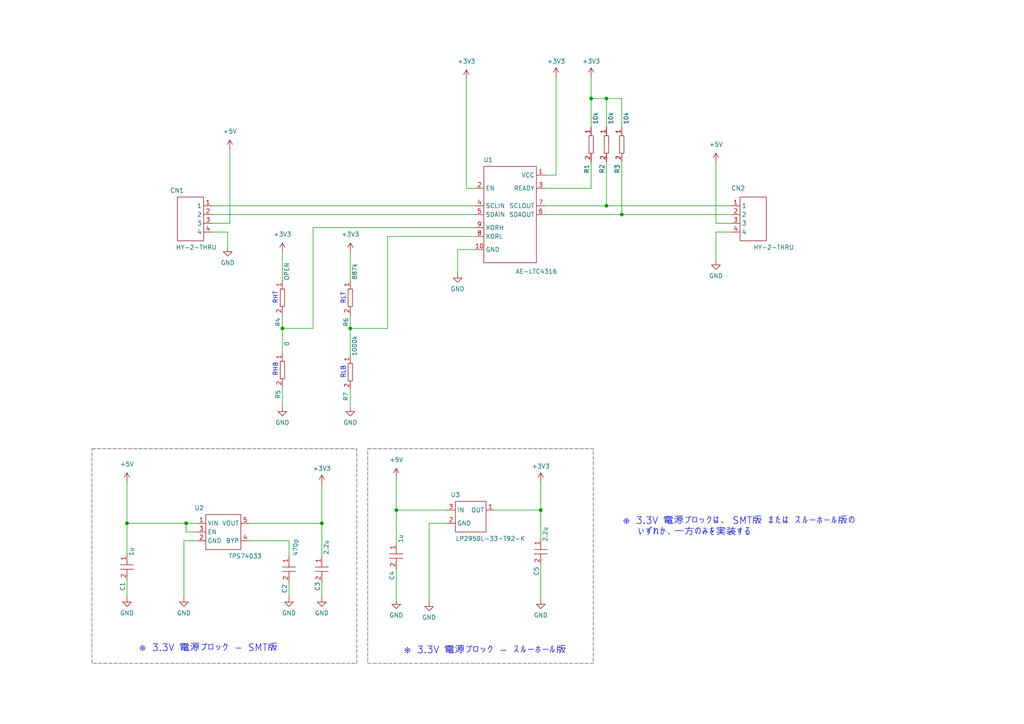
<source format=kicad_sch>
(kicad_sch (version 20230121) (generator eeschema)

  (uuid 429dbd06-3ad4-45f6-af50-a9ff027adfa4)

  (paper "A4")

  (lib_symbols
    (symbol "Akizuki:AE-LTC4316" (in_bom yes) (on_board yes)
      (property "Reference" "U" (at -6.35 13.97 0)
        (effects (font (size 1.27 1.27)))
      )
      (property "Value" "AE-LTC4316" (at 5.08 -17.78 0)
        (effects (font (size 1.27 1.27)))
      )
      (property "Footprint" "Akizuki:AE-LTC4316" (at 0 3.81 0)
        (effects (font (size 1.27 1.27)) hide)
      )
      (property "Datasheet" "" (at -5.08 10.16 0)
        (effects (font (size 1.27 1.27)) hide)
      )
      (symbol "AE-LTC4316_0_1"
        (rectangle (start -7.62 12.7) (end 7.62 -15.24)
          (stroke (width 0) (type default))
          (fill (type none))
        )
      )
      (symbol "AE-LTC4316_1_1"
        (pin power_in line (at 10.16 10.16 180) (length 2.54)
          (name "VCC" (effects (font (size 1.27 1.27))))
          (number "1" (effects (font (size 1.27 1.27))))
        )
        (pin power_in line (at -10.16 -11.43 0) (length 2.54)
          (name "GND" (effects (font (size 1.27 1.27))))
          (number "10" (effects (font (size 1.27 1.27))))
        )
        (pin input line (at -10.16 6.35 0) (length 2.54)
          (name "EN" (effects (font (size 1.27 1.27))))
          (number "2" (effects (font (size 1.27 1.27))))
        )
        (pin open_collector line (at 10.16 6.35 180) (length 2.54)
          (name "READY" (effects (font (size 1.27 1.27))))
          (number "3" (effects (font (size 1.27 1.27))))
        )
        (pin bidirectional line (at -10.16 1.27 0) (length 2.54)
          (name "SCLIN" (effects (font (size 1.27 1.27))))
          (number "4" (effects (font (size 1.27 1.27))))
        )
        (pin bidirectional line (at -10.16 -1.27 0) (length 2.54)
          (name "SDAIN" (effects (font (size 1.27 1.27))))
          (number "5" (effects (font (size 1.27 1.27))))
        )
        (pin open_collector line (at 10.16 -1.27 180) (length 2.54)
          (name "SDAOUT" (effects (font (size 1.27 1.27))))
          (number "6" (effects (font (size 1.27 1.27))))
        )
        (pin open_collector line (at 10.16 1.27 180) (length 2.54)
          (name "SCLOUT" (effects (font (size 1.27 1.27))))
          (number "7" (effects (font (size 1.27 1.27))))
        )
        (pin input line (at -10.16 -7.62 0) (length 2.54)
          (name "XORL" (effects (font (size 1.27 1.27))))
          (number "8" (effects (font (size 1.27 1.27))))
        )
        (pin input line (at -10.16 -5.08 0) (length 2.54)
          (name "XORH" (effects (font (size 1.27 1.27))))
          (number "9" (effects (font (size 1.27 1.27))))
        )
      )
    )
    (symbol "Akizuki:LP2950L" (in_bom yes) (on_board yes)
      (property "Reference" "U" (at -3.81 5.08 0)
        (effects (font (size 1.27 1.27)))
      )
      (property "Value" "LP2950L" (at 0 0 0)
        (effects (font (size 1.27 1.27)))
      )
      (property "Footprint" "generic:GENERIC-TO-92" (at 0 0 0)
        (effects (font (size 1.27 1.27)) hide)
      )
      (property "Datasheet" "" (at 0 0 0)
        (effects (font (size 1.27 1.27)) hide)
      )
      (symbol "LP2950L_0_1"
        (rectangle (start -1.27 2.54) (end 7.62 -6.35)
          (stroke (width 0) (type default))
          (fill (type none))
        )
      )
      (symbol "LP2950L_1_1"
        (pin power_out line (at 10.16 0 180) (length 2.54)
          (name "OUT" (effects (font (size 1.27 1.27))))
          (number "1" (effects (font (size 1.27 1.27))))
        )
        (pin power_in line (at -3.81 -3.81 0) (length 2.54)
          (name "GND" (effects (font (size 1.27 1.27))))
          (number "2" (effects (font (size 1.27 1.27))))
        )
        (pin power_in line (at -3.81 0 0) (length 2.54)
          (name "IN" (effects (font (size 1.27 1.27))))
          (number "3" (effects (font (size 1.27 1.27))))
        )
      )
    )
    (symbol "Microchip:MIC5219-3.3YM5" (in_bom yes) (on_board yes)
      (property "Reference" "U" (at -5.08 7.62 0)
        (effects (font (size 1.27 1.27)))
      )
      (property "Value" "MIC5219-3.3YM5" (at 6.35 -7.62 0)
        (effects (font (size 1.27 1.27)))
      )
      (property "Footprint" "generic:generic-SOT23-5" (at -3.81 1.27 0)
        (effects (font (size 1.27 1.27)) hide)
      )
      (property "Datasheet" "" (at -6.35 5.08 0)
        (effects (font (size 1.27 1.27)) hide)
      )
      (symbol "MIC5219-3.3YM5_0_1"
        (rectangle (start -5.08 5.08) (end 5.08 -5.08)
          (stroke (width 0) (type default))
          (fill (type none))
        )
      )
      (symbol "MIC5219-3.3YM5_1_1"
        (pin power_in line (at -7.62 2.54 0) (length 2.54)
          (name "VIN" (effects (font (size 1.27 1.27))))
          (number "1" (effects (font (size 1.27 1.27))))
        )
        (pin power_in line (at -7.62 -2.54 0) (length 2.54)
          (name "GND" (effects (font (size 1.27 1.27))))
          (number "2" (effects (font (size 1.27 1.27))))
        )
        (pin input line (at -7.62 0 0) (length 2.54)
          (name "EN" (effects (font (size 1.27 1.27))))
          (number "3" (effects (font (size 1.27 1.27))))
        )
        (pin passive line (at 7.62 -2.54 180) (length 2.54)
          (name "BYP" (effects (font (size 1.27 1.27))))
          (number "4" (effects (font (size 1.27 1.27))))
        )
        (pin power_out line (at 7.62 2.54 180) (length 2.54)
          (name "VOUT" (effects (font (size 1.27 1.27))))
          (number "5" (effects (font (size 1.27 1.27))))
        )
      )
    )
    (symbol "generic:C-THRU" (pin_names hide) (in_bom yes) (on_board yes)
      (property "Reference" "C" (at -2.54 1.905 0)
        (effects (font (size 1.27 1.27)))
      )
      (property "Value" "" (at 0 0 0)
        (effects (font (size 1.27 1.27)))
      )
      (property "Footprint" "generic:generic-thru-c" (at 0 0 0)
        (effects (font (size 1.27 1.27)) hide)
      )
      (property "Datasheet" "" (at 0 0 0)
        (effects (font (size 1.27 1.27)) hide)
      )
      (symbol "C-THRU_1_1"
        (rectangle (start -1.905 -0.635) (end 1.905 -0.635)
          (stroke (width 0) (type default))
          (fill (type none))
        )
        (rectangle (start -1.905 0.635) (end 1.905 0.635)
          (stroke (width 0) (type default))
          (fill (type none))
        )
        (polyline
          (pts
            (xy 0 1.27)
            (xy 0 0.635)
          )
          (stroke (width 0) (type default))
          (fill (type none))
        )
        (polyline
          (pts
            (xy 0 -0.635)
            (xy 0 -1.27)
            (xy 0 -0.635)
          )
          (stroke (width 0) (type default))
          (fill (type none))
        )
        (pin passive line (at 0 3.81 270) (length 2.54)
          (name "1" (effects (font (size 1.27 1.27))))
          (number "1" (effects (font (size 1.27 1.27))))
        )
        (pin passive line (at 0 -3.81 90) (length 2.54)
          (name "2" (effects (font (size 1.27 1.27))))
          (number "2" (effects (font (size 1.27 1.27))))
        )
      )
    )
    (symbol "generic:C1608" (pin_names hide) (in_bom yes) (on_board yes)
      (property "Reference" "C" (at -2.54 1.905 0)
        (effects (font (size 1.27 1.27)))
      )
      (property "Value" "" (at 0 0 0)
        (effects (font (size 1.27 1.27)))
      )
      (property "Footprint" "generic:generic-c1608" (at 0 0 0)
        (effects (font (size 1.27 1.27)) hide)
      )
      (property "Datasheet" "" (at 0 0 0)
        (effects (font (size 1.27 1.27)) hide)
      )
      (symbol "C1608_1_1"
        (rectangle (start -1.905 -0.635) (end 1.905 -0.635)
          (stroke (width 0) (type default))
          (fill (type none))
        )
        (rectangle (start -1.905 0.635) (end 1.905 0.635)
          (stroke (width 0) (type default))
          (fill (type none))
        )
        (polyline
          (pts
            (xy 0 1.27)
            (xy 0 0.635)
          )
          (stroke (width 0) (type default))
          (fill (type none))
        )
        (polyline
          (pts
            (xy 0 -0.635)
            (xy 0 -1.27)
            (xy 0 -0.635)
          )
          (stroke (width 0) (type default))
          (fill (type none))
        )
        (pin passive line (at 0 3.81 270) (length 2.54)
          (name "1" (effects (font (size 1.27 1.27))))
          (number "1" (effects (font (size 1.27 1.27))))
        )
        (pin passive line (at 0 -3.81 90) (length 2.54)
          (name "2" (effects (font (size 1.27 1.27))))
          (number "2" (effects (font (size 1.27 1.27))))
        )
      )
    )
    (symbol "generic:R1608-THRU" (pin_names hide) (in_bom yes) (on_board yes)
      (property "Reference" "R" (at -8.255 1.27 0)
        (effects (font (size 1.27 1.27)))
      )
      (property "Value" "" (at 0 0 0)
        (effects (font (size 1.27 1.27)))
      )
      (property "Footprint" "generic:generic-R1608-thru" (at 0 0 0)
        (effects (font (size 1.27 1.27)) hide)
      )
      (property "Datasheet" "" (at 0 0 0)
        (effects (font (size 1.27 1.27)) hide)
      )
      (symbol "R1608-THRU_0_1"
        (rectangle (start -2.54 0.635) (end 2.54 -0.635)
          (stroke (width 0) (type default))
          (fill (type none))
        )
      )
      (symbol "R1608-THRU_1_1"
        (pin passive line (at -5.08 0 0) (length 2.54)
          (name "1" (effects (font (size 1.27 1.27))))
          (number "1" (effects (font (size 1.27 1.27))))
        )
        (pin passive line (at 5.08 0 180) (length 2.54)
          (name "2" (effects (font (size 1.27 1.27))))
          (number "2" (effects (font (size 1.27 1.27))))
        )
      )
    )
    (symbol "grove:HY-2-THRU" (in_bom yes) (on_board yes)
      (property "Reference" "CN" (at -2.54 7.62 0)
        (effects (font (size 1.27 1.27)))
      )
      (property "Value" "HY-2-THRU" (at -1.27 1.27 0)
        (effects (font (size 1.27 1.27)))
      )
      (property "Footprint" "grove:grove-HY-2-THRU" (at -1.27 1.27 0)
        (effects (font (size 1.27 1.27)) hide)
      )
      (property "Datasheet" "" (at -1.27 1.27 0)
        (effects (font (size 1.27 1.27)) hide)
      )
      (symbol "HY-2-THRU_0_1"
        (rectangle (start -3.81 6.35) (end 3.81 -6.35)
          (stroke (width 0) (type default))
          (fill (type none))
        )
      )
      (symbol "HY-2-THRU_1_1"
        (pin passive line (at -6.35 3.81 0) (length 2.54)
          (name "1" (effects (font (size 1.27 1.27))))
          (number "1" (effects (font (size 1.27 1.27))))
        )
        (pin passive line (at -6.35 1.27 0) (length 2.54)
          (name "2" (effects (font (size 1.27 1.27))))
          (number "2" (effects (font (size 1.27 1.27))))
        )
        (pin passive line (at -6.35 -1.27 0) (length 2.54)
          (name "3" (effects (font (size 1.27 1.27))))
          (number "3" (effects (font (size 1.27 1.27))))
        )
        (pin passive line (at -6.35 -3.81 0) (length 2.54)
          (name "4" (effects (font (size 1.27 1.27))))
          (number "4" (effects (font (size 1.27 1.27))))
        )
      )
    )
    (symbol "power:+3V3" (power) (pin_names (offset 0)) (in_bom yes) (on_board yes)
      (property "Reference" "#PWR" (at 0 -3.81 0)
        (effects (font (size 1.27 1.27)) hide)
      )
      (property "Value" "+3V3" (at 0 3.556 0)
        (effects (font (size 1.27 1.27)))
      )
      (property "Footprint" "" (at 0 0 0)
        (effects (font (size 1.27 1.27)) hide)
      )
      (property "Datasheet" "" (at 0 0 0)
        (effects (font (size 1.27 1.27)) hide)
      )
      (property "ki_keywords" "global power" (at 0 0 0)
        (effects (font (size 1.27 1.27)) hide)
      )
      (property "ki_description" "Power symbol creates a global label with name \"+3V3\"" (at 0 0 0)
        (effects (font (size 1.27 1.27)) hide)
      )
      (symbol "+3V3_0_1"
        (polyline
          (pts
            (xy -0.762 1.27)
            (xy 0 2.54)
          )
          (stroke (width 0) (type default))
          (fill (type none))
        )
        (polyline
          (pts
            (xy 0 0)
            (xy 0 2.54)
          )
          (stroke (width 0) (type default))
          (fill (type none))
        )
        (polyline
          (pts
            (xy 0 2.54)
            (xy 0.762 1.27)
          )
          (stroke (width 0) (type default))
          (fill (type none))
        )
      )
      (symbol "+3V3_1_1"
        (pin power_in line (at 0 0 90) (length 0) hide
          (name "+3V3" (effects (font (size 1.27 1.27))))
          (number "1" (effects (font (size 1.27 1.27))))
        )
      )
    )
    (symbol "power:+5V" (power) (pin_names (offset 0)) (in_bom yes) (on_board yes)
      (property "Reference" "#PWR" (at 0 -3.81 0)
        (effects (font (size 1.27 1.27)) hide)
      )
      (property "Value" "+5V" (at 0 3.556 0)
        (effects (font (size 1.27 1.27)))
      )
      (property "Footprint" "" (at 0 0 0)
        (effects (font (size 1.27 1.27)) hide)
      )
      (property "Datasheet" "" (at 0 0 0)
        (effects (font (size 1.27 1.27)) hide)
      )
      (property "ki_keywords" "global power" (at 0 0 0)
        (effects (font (size 1.27 1.27)) hide)
      )
      (property "ki_description" "Power symbol creates a global label with name \"+5V\"" (at 0 0 0)
        (effects (font (size 1.27 1.27)) hide)
      )
      (symbol "+5V_0_1"
        (polyline
          (pts
            (xy -0.762 1.27)
            (xy 0 2.54)
          )
          (stroke (width 0) (type default))
          (fill (type none))
        )
        (polyline
          (pts
            (xy 0 0)
            (xy 0 2.54)
          )
          (stroke (width 0) (type default))
          (fill (type none))
        )
        (polyline
          (pts
            (xy 0 2.54)
            (xy 0.762 1.27)
          )
          (stroke (width 0) (type default))
          (fill (type none))
        )
      )
      (symbol "+5V_1_1"
        (pin power_in line (at 0 0 90) (length 0) hide
          (name "+5V" (effects (font (size 1.27 1.27))))
          (number "1" (effects (font (size 1.27 1.27))))
        )
      )
    )
    (symbol "power:GND" (power) (pin_names (offset 0)) (in_bom yes) (on_board yes)
      (property "Reference" "#PWR" (at 0 -6.35 0)
        (effects (font (size 1.27 1.27)) hide)
      )
      (property "Value" "GND" (at 0 -3.81 0)
        (effects (font (size 1.27 1.27)))
      )
      (property "Footprint" "" (at 0 0 0)
        (effects (font (size 1.27 1.27)) hide)
      )
      (property "Datasheet" "" (at 0 0 0)
        (effects (font (size 1.27 1.27)) hide)
      )
      (property "ki_keywords" "global power" (at 0 0 0)
        (effects (font (size 1.27 1.27)) hide)
      )
      (property "ki_description" "Power symbol creates a global label with name \"GND\" , ground" (at 0 0 0)
        (effects (font (size 1.27 1.27)) hide)
      )
      (symbol "GND_0_1"
        (polyline
          (pts
            (xy 0 0)
            (xy 0 -1.27)
            (xy 1.27 -1.27)
            (xy 0 -2.54)
            (xy -1.27 -1.27)
            (xy 0 -1.27)
          )
          (stroke (width 0) (type default))
          (fill (type none))
        )
      )
      (symbol "GND_1_1"
        (pin power_in line (at 0 0 270) (length 0) hide
          (name "GND" (effects (font (size 1.27 1.27))))
          (number "1" (effects (font (size 1.27 1.27))))
        )
      )
    )
  )

  (junction (at 156.845 147.955) (diameter 0) (color 0 0 0 0)
    (uuid 13c8f5af-1860-4b06-9ca9-79337bd06cf9)
  )
  (junction (at 36.83 151.765) (diameter 0) (color 0 0 0 0)
    (uuid 15e57135-4a4b-4e2d-b30d-68112022d46d)
  )
  (junction (at 175.895 59.69) (diameter 0) (color 0 0 0 0)
    (uuid 19bc7b75-134b-401e-97f6-5851267d6a7a)
  )
  (junction (at 53.975 151.765) (diameter 0) (color 0 0 0 0)
    (uuid 1fac959e-86da-45b0-b662-c47fa19e9faa)
  )
  (junction (at 93.345 151.765) (diameter 0) (color 0 0 0 0)
    (uuid 2cf50a11-0e7c-4092-a401-d27c429e7a24)
  )
  (junction (at 180.34 62.23) (diameter 0) (color 0 0 0 0)
    (uuid 4035a64b-e7d3-45a9-b265-896eccb2c3b7)
  )
  (junction (at 171.45 28.575) (diameter 0) (color 0 0 0 0)
    (uuid 420edb96-5083-4697-8b1c-67251a03864f)
  )
  (junction (at 175.895 28.575) (diameter 0) (color 0 0 0 0)
    (uuid 46c65d71-60d2-4795-99ff-cf04ae2bed7f)
  )
  (junction (at 114.935 147.955) (diameter 0) (color 0 0 0 0)
    (uuid 4f8640d6-7b54-4268-b955-2c4252642682)
  )
  (junction (at 101.6 95.25) (diameter 0) (color 0 0 0 0)
    (uuid 682421bf-235d-42c1-97a0-643f979a59fc)
  )
  (junction (at 81.915 95.25) (diameter 0) (color 0 0 0 0)
    (uuid ef115cf9-7d4e-468a-a3bc-7b1022383ea8)
  )

  (wire (pts (xy 112.395 68.58) (xy 112.395 95.25))
    (stroke (width 0) (type default))
    (uuid 02a5ad2a-2202-41d3-b69a-af43cd7a4fdd)
  )
  (wire (pts (xy 66.675 64.77) (xy 66.675 43.18))
    (stroke (width 0) (type default))
    (uuid 055e47ec-222b-489e-bcec-d52a0d1fabbb)
  )
  (wire (pts (xy 124.46 151.765) (xy 129.54 151.765))
    (stroke (width 0) (type default))
    (uuid 0646fe84-763a-4f9d-95cc-382aae5231a7)
  )
  (wire (pts (xy 135.255 54.61) (xy 135.255 22.86))
    (stroke (width 0) (type default))
    (uuid 09899dd7-7d4f-4068-8c00-c3a55c86b8b4)
  )
  (wire (pts (xy 171.45 28.575) (xy 171.45 22.225))
    (stroke (width 0) (type default))
    (uuid 142dadbb-5128-49ce-a393-ac56a1c58f9a)
  )
  (wire (pts (xy 36.83 139.7) (xy 36.83 151.765))
    (stroke (width 0) (type default))
    (uuid 174ca350-b85a-44d0-a236-90eb333520d0)
  )
  (wire (pts (xy 101.6 73.025) (xy 101.6 81.28))
    (stroke (width 0) (type default))
    (uuid 1837aff8-e37f-4c0b-a876-f57d512c1088)
  )
  (wire (pts (xy 53.34 156.845) (xy 57.15 156.845))
    (stroke (width 0) (type default))
    (uuid 1f9e7a1a-027a-4602-bac9-55d425b74c79)
  )
  (wire (pts (xy 207.645 75.565) (xy 207.645 67.31))
    (stroke (width 0) (type default))
    (uuid 26c95250-f85a-4f9d-85a3-5ecd4943984a)
  )
  (wire (pts (xy 53.975 151.765) (xy 36.83 151.765))
    (stroke (width 0) (type default))
    (uuid 27b05469-a29f-40cd-a1d1-d58052a48b58)
  )
  (wire (pts (xy 93.345 161.29) (xy 93.345 151.765))
    (stroke (width 0) (type default))
    (uuid 2b880252-1e3a-4924-b813-06ab6e37c178)
  )
  (wire (pts (xy 81.915 73.025) (xy 81.915 81.28))
    (stroke (width 0) (type default))
    (uuid 304a0923-dd18-4365-a299-30ba9ca7c6d8)
  )
  (wire (pts (xy 124.46 174.625) (xy 124.46 151.765))
    (stroke (width 0) (type default))
    (uuid 37662478-fdf9-4483-a283-7fb3aa25e1ee)
  )
  (wire (pts (xy 161.29 50.8) (xy 161.29 22.225))
    (stroke (width 0) (type default))
    (uuid 3eb13e1d-44b4-4ffd-90d7-af78d8625332)
  )
  (wire (pts (xy 175.895 28.575) (xy 180.34 28.575))
    (stroke (width 0) (type default))
    (uuid 4035c897-607e-4b4e-9bb1-1125ce6c254e)
  )
  (wire (pts (xy 61.595 67.31) (xy 66.04 67.31))
    (stroke (width 0) (type default))
    (uuid 4463ebbf-eafe-4c9b-8df1-af710140746e)
  )
  (wire (pts (xy 207.645 46.99) (xy 207.645 64.77))
    (stroke (width 0) (type default))
    (uuid 45193dd6-7602-44ae-907e-803c27dfc764)
  )
  (wire (pts (xy 61.595 62.23) (xy 137.795 62.23))
    (stroke (width 0) (type default))
    (uuid 4dffd5d5-2fb5-4a8e-be0e-0427165aa087)
  )
  (wire (pts (xy 158.115 62.23) (xy 180.34 62.23))
    (stroke (width 0) (type default))
    (uuid 520af7e8-bfc6-499b-9915-57372cb23f63)
  )
  (wire (pts (xy 101.6 113.03) (xy 101.6 118.11))
    (stroke (width 0) (type default))
    (uuid 55a6424d-1900-4536-a83a-445cd3978343)
  )
  (wire (pts (xy 137.795 54.61) (xy 135.255 54.61))
    (stroke (width 0) (type default))
    (uuid 5e8a64f3-6b62-40a0-a858-a90200be9a50)
  )
  (wire (pts (xy 175.895 36.83) (xy 175.895 28.575))
    (stroke (width 0) (type default))
    (uuid 61354518-5fc7-497f-b88c-6ddb4d5b63af)
  )
  (wire (pts (xy 137.795 66.04) (xy 90.805 66.04))
    (stroke (width 0) (type default))
    (uuid 6149276b-fe1d-4de4-a4ad-db33d73a613c)
  )
  (wire (pts (xy 114.935 147.955) (xy 114.935 157.48))
    (stroke (width 0) (type default))
    (uuid 6174d0cd-d5b1-4e6f-8e35-039b0fb881ef)
  )
  (wire (pts (xy 137.795 68.58) (xy 112.395 68.58))
    (stroke (width 0) (type default))
    (uuid 61a3f58e-e5b6-414e-b01e-cfceed0306af)
  )
  (wire (pts (xy 81.915 91.44) (xy 81.915 95.25))
    (stroke (width 0) (type default))
    (uuid 686ee079-b1ea-4251-858d-353a5dcffc03)
  )
  (wire (pts (xy 180.34 36.83) (xy 180.34 28.575))
    (stroke (width 0) (type default))
    (uuid 69d81549-207a-4242-8328-7faa6e8e68e5)
  )
  (wire (pts (xy 171.45 36.83) (xy 171.45 28.575))
    (stroke (width 0) (type default))
    (uuid 69e75014-7f49-45e6-9bca-3500075ede84)
  )
  (wire (pts (xy 132.715 79.375) (xy 132.715 72.39))
    (stroke (width 0) (type default))
    (uuid 70689cab-8967-4be9-ac28-5c8eaeb84a69)
  )
  (wire (pts (xy 83.82 161.29) (xy 83.82 156.845))
    (stroke (width 0) (type default))
    (uuid 723c2d81-4893-4ae5-875d-a0dea5818076)
  )
  (wire (pts (xy 180.34 62.23) (xy 212.09 62.23))
    (stroke (width 0) (type default))
    (uuid 738afaef-f0d9-4728-8d6a-5ad966965eab)
  )
  (wire (pts (xy 171.45 46.99) (xy 171.45 54.61))
    (stroke (width 0) (type default))
    (uuid 75270ee8-14b4-4064-a4b9-ea3e77fe48ab)
  )
  (wire (pts (xy 114.935 147.955) (xy 129.54 147.955))
    (stroke (width 0) (type default))
    (uuid 7a637609-a6f2-4552-81ea-9b90b305f890)
  )
  (wire (pts (xy 101.6 95.25) (xy 112.395 95.25))
    (stroke (width 0) (type default))
    (uuid 7e1a568c-dc05-4b18-8f38-6bc8de1f0c4c)
  )
  (wire (pts (xy 57.15 151.765) (xy 53.975 151.765))
    (stroke (width 0) (type default))
    (uuid 835b117f-e976-4373-b3e2-132498bdff0e)
  )
  (wire (pts (xy 57.15 154.305) (xy 53.975 154.305))
    (stroke (width 0) (type default))
    (uuid 83fc2018-433f-41f9-9a40-cf359470d7ff)
  )
  (wire (pts (xy 83.82 168.91) (xy 83.82 173.355))
    (stroke (width 0) (type default))
    (uuid 85307481-7bae-4a28-b3c5-29edffe2543f)
  )
  (wire (pts (xy 171.45 54.61) (xy 158.115 54.61))
    (stroke (width 0) (type default))
    (uuid 855bb5d4-978d-4f3a-83c5-3e2c9c8e406c)
  )
  (wire (pts (xy 72.39 151.765) (xy 93.345 151.765))
    (stroke (width 0) (type default))
    (uuid 86376df9-c50e-4684-ab27-80196348275a)
  )
  (wire (pts (xy 156.845 147.955) (xy 156.845 139.7))
    (stroke (width 0) (type default))
    (uuid 8b7f9373-7567-401c-9893-0595c2c6254d)
  )
  (wire (pts (xy 175.895 59.69) (xy 212.09 59.69))
    (stroke (width 0) (type default))
    (uuid 9086f2e2-5dfe-4918-a4fa-e43643d84005)
  )
  (wire (pts (xy 90.805 66.04) (xy 90.805 95.25))
    (stroke (width 0) (type default))
    (uuid 9602b7ec-314f-4380-98a3-705badc7d54b)
  )
  (wire (pts (xy 101.6 95.25) (xy 101.6 102.87))
    (stroke (width 0) (type default))
    (uuid 9628302e-e5f5-4ffa-82b7-10784aff58e9)
  )
  (wire (pts (xy 171.45 28.575) (xy 175.895 28.575))
    (stroke (width 0) (type default))
    (uuid 9cb37e00-0f8a-4ba1-a2c4-bd6df4227dd6)
  )
  (wire (pts (xy 143.51 147.955) (xy 156.845 147.955))
    (stroke (width 0) (type default))
    (uuid a855dd8c-54e0-450e-881b-6531b527cc34)
  )
  (wire (pts (xy 81.915 95.25) (xy 81.915 102.235))
    (stroke (width 0) (type default))
    (uuid a86f02fe-777a-46b5-89f0-91611caa3548)
  )
  (wire (pts (xy 175.895 46.99) (xy 175.895 59.69))
    (stroke (width 0) (type default))
    (uuid ab109fd7-d0f4-4692-a53b-c387c2829106)
  )
  (wire (pts (xy 158.115 50.8) (xy 161.29 50.8))
    (stroke (width 0) (type default))
    (uuid ac3cdbfa-839a-4aaf-9114-d6fe31f095e4)
  )
  (wire (pts (xy 158.115 59.69) (xy 175.895 59.69))
    (stroke (width 0) (type default))
    (uuid af74dd80-4c9d-41c9-b2ce-c90dd9bdc614)
  )
  (wire (pts (xy 66.04 67.31) (xy 66.04 71.755))
    (stroke (width 0) (type default))
    (uuid b4118f23-4a65-40c6-bcf6-8dd0ff4e817c)
  )
  (wire (pts (xy 83.82 156.845) (xy 72.39 156.845))
    (stroke (width 0) (type default))
    (uuid b83e99af-bbf8-4ac9-bbca-a981e5e595b4)
  )
  (wire (pts (xy 132.715 72.39) (xy 137.795 72.39))
    (stroke (width 0) (type default))
    (uuid bb4298ea-3301-4b25-824f-33e14489408f)
  )
  (wire (pts (xy 93.345 168.91) (xy 93.345 173.355))
    (stroke (width 0) (type default))
    (uuid bdde1bbb-63f7-4d34-8a3a-5b67754fea58)
  )
  (wire (pts (xy 36.83 168.275) (xy 36.83 173.355))
    (stroke (width 0) (type default))
    (uuid c2c0d3a0-0d6a-4e8b-8be8-37dc79ae416a)
  )
  (wire (pts (xy 61.595 64.77) (xy 66.675 64.77))
    (stroke (width 0) (type default))
    (uuid c3635771-5160-407a-9aed-afcc09ced17f)
  )
  (wire (pts (xy 36.83 160.655) (xy 36.83 151.765))
    (stroke (width 0) (type default))
    (uuid cac950e9-95e4-4c00-ae5c-63ee64422c09)
  )
  (wire (pts (xy 180.34 46.99) (xy 180.34 62.23))
    (stroke (width 0) (type default))
    (uuid cd164cdb-76b7-40a4-8164-e97acc38e818)
  )
  (wire (pts (xy 90.805 95.25) (xy 81.915 95.25))
    (stroke (width 0) (type default))
    (uuid ce237aeb-7689-4ff4-b868-4f5da22fb578)
  )
  (wire (pts (xy 207.645 64.77) (xy 212.09 64.77))
    (stroke (width 0) (type default))
    (uuid d302ad12-fbe4-4bad-9772-18317be72a15)
  )
  (wire (pts (xy 156.845 156.21) (xy 156.845 147.955))
    (stroke (width 0) (type default))
    (uuid d54d1e3b-8a2b-4d35-bb06-c481d565511a)
  )
  (wire (pts (xy 114.935 147.955) (xy 114.935 138.43))
    (stroke (width 0) (type default))
    (uuid d5eaee93-cd37-419c-92f2-c8fcdb0c3247)
  )
  (wire (pts (xy 93.345 140.335) (xy 93.345 151.765))
    (stroke (width 0) (type default))
    (uuid da23b122-1b80-4110-904f-985a5dda5451)
  )
  (wire (pts (xy 61.595 59.69) (xy 137.795 59.69))
    (stroke (width 0) (type default))
    (uuid db8a837d-8c1e-42f7-a65e-d5b9344ddf8f)
  )
  (wire (pts (xy 53.34 173.355) (xy 53.34 156.845))
    (stroke (width 0) (type default))
    (uuid e17539e2-25c1-4c1c-8b6b-e5814ef53b17)
  )
  (wire (pts (xy 114.935 165.1) (xy 114.935 173.99))
    (stroke (width 0) (type default))
    (uuid e2236e73-d16c-4f26-861e-210730102f01)
  )
  (wire (pts (xy 53.975 154.305) (xy 53.975 151.765))
    (stroke (width 0) (type default))
    (uuid e89d7d3a-5a0a-4b63-9c71-d8e8abb9ac35)
  )
  (wire (pts (xy 81.915 112.395) (xy 81.915 118.11))
    (stroke (width 0) (type default))
    (uuid e98dd0bd-2ef3-4c6a-9e40-e0eefd8c8379)
  )
  (wire (pts (xy 156.845 163.83) (xy 156.845 173.99))
    (stroke (width 0) (type default))
    (uuid f3114496-04d0-44e4-b900-82b073027e33)
  )
  (wire (pts (xy 101.6 91.44) (xy 101.6 95.25))
    (stroke (width 0) (type default))
    (uuid fd7c0ca0-53b2-4204-a86a-a3cfba435b30)
  )
  (wire (pts (xy 207.645 67.31) (xy 212.09 67.31))
    (stroke (width 0) (type default))
    (uuid fec3d649-af61-4349-bb02-6e2e5e8f6c62)
  )

  (rectangle (start 106.68 130.175) (end 172.085 192.405)
    (stroke (width 0.1) (type dash) (color 0 0 0 1))
    (fill (type none))
    (uuid 578d6b78-cb15-4ff6-8824-6dc414d9225b)
  )
  (rectangle (start 26.67 130.175) (end 103.505 192.405)
    (stroke (width 0.1) (type dash) (color 0 0 0 1))
    (fill (type none))
    (uuid ee07fd22-64ab-47ef-a7a0-9754476703d5)
  )

  (text "RHB\n" (at 80.645 109.22 90)
    (effects (font (size 1.27 1.27)) (justify left bottom))
    (uuid 1bdeb8fe-ab55-48ed-9700-01959fc4059a)
  )
  (text "※ 3.3V 電源ブロック - スルーホール版" (at 116.84 189.865 0)
    (effects (font (size 2 2)) (justify left bottom))
    (uuid 414390b2-d54a-43cd-887a-11074923041f)
  )
  (text "RLT" (at 100.33 88.265 90)
    (effects (font (size 1.27 1.27)) (justify left bottom))
    (uuid 5d752376-a982-4bd8-a607-7a447b1ba72c)
  )
  (text "RHT" (at 80.645 88.265 90)
    (effects (font (size 1.27 1.27)) (justify left bottom))
    (uuid 769102ff-1b08-4303-b348-a38a5275f7e7)
  )
  (text "※ 3.3V 電源ブロックは、 SMT版 または スルーホール版の\n   いずれか、一方のみを実装する"
    (at 180.34 155.575 0)
    (effects (font (size 2 2)) (justify left bottom))
    (uuid 79ac5e67-4e7a-4cec-9f6c-1e0cbb82a9bd)
  )
  (text "※ 3.3V 電源ブロック - SMT版" (at 40.005 189.23 0)
    (effects (font (size 2 2)) (justify left bottom))
    (uuid 8e35579b-0fb4-4099-a01a-fa8963a5aa63)
  )
  (text "RLB\n" (at 100.33 109.855 90)
    (effects (font (size 1.27 1.27)) (justify left bottom))
    (uuid 92504078-25cc-4d65-9580-0546782d91cd)
  )

  (symbol (lib_id "power:GND") (at 53.34 173.355 0) (unit 1)
    (in_bom yes) (on_board yes) (dnp no) (fields_autoplaced)
    (uuid 09d64fae-ce2b-4504-a4cd-28ac5b417bc3)
    (property "Reference" "#PWR022" (at 53.34 179.705 0)
      (effects (font (size 1.27 1.27)) hide)
    )
    (property "Value" "GND" (at 53.34 177.8 0)
      (effects (font (size 1.27 1.27)))
    )
    (property "Footprint" "" (at 53.34 173.355 0)
      (effects (font (size 1.27 1.27)) hide)
    )
    (property "Datasheet" "" (at 53.34 173.355 0)
      (effects (font (size 1.27 1.27)) hide)
    )
    (pin "1" (uuid 77b93c8c-ac3c-4a42-9837-d54fd52bcf93))
    (instances
      (project "HD-AK4316"
        (path "/429dbd06-3ad4-45f6-af50-a9ff027adfa4"
          (reference "#PWR022") (unit 1)
        )
      )
    )
  )

  (symbol (lib_id "power:+3V3") (at 161.29 22.225 0) (unit 1)
    (in_bom yes) (on_board yes) (dnp no) (fields_autoplaced)
    (uuid 0b21b799-74a8-4120-a79d-e18977fa6a17)
    (property "Reference" "#PWR01" (at 161.29 26.035 0)
      (effects (font (size 1.27 1.27)) hide)
    )
    (property "Value" "+3V3" (at 161.29 17.78 0)
      (effects (font (size 1.27 1.27)))
    )
    (property "Footprint" "" (at 161.29 22.225 0)
      (effects (font (size 1.27 1.27)) hide)
    )
    (property "Datasheet" "" (at 161.29 22.225 0)
      (effects (font (size 1.27 1.27)) hide)
    )
    (pin "1" (uuid aeecca0d-0389-477e-8693-77c4755992e8))
    (instances
      (project "HD-AK4316"
        (path "/429dbd06-3ad4-45f6-af50-a9ff027adfa4"
          (reference "#PWR01") (unit 1)
        )
      )
    )
  )

  (symbol (lib_id "power:GND") (at 101.6 118.11 0) (unit 1)
    (in_bom yes) (on_board yes) (dnp no) (fields_autoplaced)
    (uuid 0c3270b5-c22d-4081-8337-04624ccd1b6a)
    (property "Reference" "#PWR016" (at 101.6 124.46 0)
      (effects (font (size 1.27 1.27)) hide)
    )
    (property "Value" "GND" (at 101.6 122.555 0)
      (effects (font (size 1.27 1.27)))
    )
    (property "Footprint" "" (at 101.6 118.11 0)
      (effects (font (size 1.27 1.27)) hide)
    )
    (property "Datasheet" "" (at 101.6 118.11 0)
      (effects (font (size 1.27 1.27)) hide)
    )
    (pin "1" (uuid 79150612-074a-458b-b39d-1347104dc2d1))
    (instances
      (project "HD-AK4316"
        (path "/429dbd06-3ad4-45f6-af50-a9ff027adfa4"
          (reference "#PWR016") (unit 1)
        )
      )
    )
  )

  (symbol (lib_id "power:+3V3") (at 101.6 73.025 0) (unit 1)
    (in_bom yes) (on_board yes) (dnp no) (fields_autoplaced)
    (uuid 14ccd8ba-7be2-40d2-b92c-942d04f79b9d)
    (property "Reference" "#PWR010" (at 101.6 76.835 0)
      (effects (font (size 1.27 1.27)) hide)
    )
    (property "Value" "+3V3" (at 101.6 67.945 0)
      (effects (font (size 1.27 1.27)))
    )
    (property "Footprint" "" (at 101.6 73.025 0)
      (effects (font (size 1.27 1.27)) hide)
    )
    (property "Datasheet" "" (at 101.6 73.025 0)
      (effects (font (size 1.27 1.27)) hide)
    )
    (pin "1" (uuid b7a88379-24fb-4e09-8267-535a5a1091c2))
    (instances
      (project "HD-AK4316"
        (path "/429dbd06-3ad4-45f6-af50-a9ff027adfa4"
          (reference "#PWR010") (unit 1)
        )
      )
    )
  )

  (symbol (lib_id "generic:R1608-THRU") (at 180.34 41.91 270) (unit 1)
    (in_bom yes) (on_board yes) (dnp no)
    (uuid 1ac539f1-83c1-44d8-a2c0-e96a9994cd52)
    (property "Reference" "R3" (at 179.07 47.625 0)
      (effects (font (size 1.27 1.27)) (justify left))
    )
    (property "Value" "10k" (at 181.61 34.29 0)
      (effects (font (size 1.27 1.27)))
    )
    (property "Footprint" "generic:generic-R1608-thru" (at 180.34 41.91 0)
      (effects (font (size 1.27 1.27)) hide)
    )
    (property "Datasheet" "" (at 180.34 41.91 0)
      (effects (font (size 1.27 1.27)) hide)
    )
    (pin "1" (uuid ea4c51a4-3426-41d5-8f6c-dff56fe779df))
    (pin "2" (uuid e537bbca-3e89-4c15-a53a-54ee823294ce))
    (instances
      (project "HD-AK4316"
        (path "/429dbd06-3ad4-45f6-af50-a9ff027adfa4"
          (reference "R3") (unit 1)
        )
      )
    )
  )

  (symbol (lib_id "generic:C1608") (at 36.83 164.465 0) (unit 1)
    (in_bom yes) (on_board yes) (dnp no)
    (uuid 31cbe757-b301-456a-b5f3-fd15316e5fe6)
    (property "Reference" "C1" (at 35.56 171.45 90)
      (effects (font (size 1.27 1.27)) (justify left))
    )
    (property "Value" "1u" (at 38.1 160.02 90)
      (effects (font (size 1.27 1.27)))
    )
    (property "Footprint" "generic:generic-c1608" (at 36.83 164.465 0)
      (effects (font (size 1.27 1.27)) hide)
    )
    (property "Datasheet" "" (at 36.83 164.465 0)
      (effects (font (size 1.27 1.27)) hide)
    )
    (pin "2" (uuid 400804ce-cd07-4ce4-ae66-44155f4eae40))
    (pin "1" (uuid a45c0077-311a-494a-971c-8c46894123ef))
    (instances
      (project "HD-AK4316"
        (path "/429dbd06-3ad4-45f6-af50-a9ff027adfa4"
          (reference "C1") (unit 1)
        )
      )
    )
  )

  (symbol (lib_id "power:GND") (at 66.04 71.755 0) (unit 1)
    (in_bom yes) (on_board yes) (dnp no) (fields_autoplaced)
    (uuid 3a0ce893-bd77-414d-a550-54728d7a92f7)
    (property "Reference" "#PWR06" (at 66.04 78.105 0)
      (effects (font (size 1.27 1.27)) hide)
    )
    (property "Value" "GND" (at 66.04 76.2 0)
      (effects (font (size 1.27 1.27)))
    )
    (property "Footprint" "" (at 66.04 71.755 0)
      (effects (font (size 1.27 1.27)) hide)
    )
    (property "Datasheet" "" (at 66.04 71.755 0)
      (effects (font (size 1.27 1.27)) hide)
    )
    (pin "1" (uuid 52dc0633-02e0-48e8-924d-d62f2129c58e))
    (instances
      (project "HD-AK4316"
        (path "/429dbd06-3ad4-45f6-af50-a9ff027adfa4"
          (reference "#PWR06") (unit 1)
        )
      )
    )
  )

  (symbol (lib_id "power:GND") (at 114.935 173.99 0) (unit 1)
    (in_bom yes) (on_board yes) (dnp no) (fields_autoplaced)
    (uuid 3ea63861-021d-4ccb-ae5c-a845db029771)
    (property "Reference" "#PWR019" (at 114.935 180.34 0)
      (effects (font (size 1.27 1.27)) hide)
    )
    (property "Value" "GND" (at 114.935 178.435 0)
      (effects (font (size 1.27 1.27)))
    )
    (property "Footprint" "" (at 114.935 173.99 0)
      (effects (font (size 1.27 1.27)) hide)
    )
    (property "Datasheet" "" (at 114.935 173.99 0)
      (effects (font (size 1.27 1.27)) hide)
    )
    (pin "1" (uuid d2734610-db84-4a2e-9f0e-c3ef1239cda4))
    (instances
      (project "HD-AK4316"
        (path "/429dbd06-3ad4-45f6-af50-a9ff027adfa4"
          (reference "#PWR019") (unit 1)
        )
      )
    )
  )

  (symbol (lib_id "generic:R1608-THRU") (at 81.915 86.36 270) (unit 1)
    (in_bom yes) (on_board yes) (dnp no)
    (uuid 460f1096-28a9-40ad-a91e-bc170d6cefac)
    (property "Reference" "R4" (at 80.645 92.075 0)
      (effects (font (size 1.27 1.27)) (justify left))
    )
    (property "Value" "OPEN" (at 83.185 78.74 0)
      (effects (font (size 1.27 1.27)))
    )
    (property "Footprint" "generic:generic-R1608-thru" (at 81.915 86.36 0)
      (effects (font (size 1.27 1.27)) hide)
    )
    (property "Datasheet" "" (at 81.915 86.36 0)
      (effects (font (size 1.27 1.27)) hide)
    )
    (pin "1" (uuid 5d8f17a3-e760-47e9-85f2-34095dd324bb))
    (pin "2" (uuid 893361e5-0b78-4004-ab9d-62e3ace9b31f))
    (instances
      (project "HD-AK4316"
        (path "/429dbd06-3ad4-45f6-af50-a9ff027adfa4"
          (reference "R4") (unit 1)
        )
      )
    )
  )

  (symbol (lib_id "power:GND") (at 207.645 75.565 0) (unit 1)
    (in_bom yes) (on_board yes) (dnp no) (fields_autoplaced)
    (uuid 500b0f5a-aecc-4505-adff-1ab189f1013f)
    (property "Reference" "#PWR011" (at 207.645 81.915 0)
      (effects (font (size 1.27 1.27)) hide)
    )
    (property "Value" "GND" (at 207.645 80.01 0)
      (effects (font (size 1.27 1.27)))
    )
    (property "Footprint" "" (at 207.645 75.565 0)
      (effects (font (size 1.27 1.27)) hide)
    )
    (property "Datasheet" "" (at 207.645 75.565 0)
      (effects (font (size 1.27 1.27)) hide)
    )
    (pin "1" (uuid cba0a2d8-3f73-4c25-81ab-979ae89887ad))
    (instances
      (project "HD-AK4316"
        (path "/429dbd06-3ad4-45f6-af50-a9ff027adfa4"
          (reference "#PWR011") (unit 1)
        )
      )
    )
  )

  (symbol (lib_id "grove:HY-2-THRU") (at 218.44 63.5 0) (unit 1)
    (in_bom yes) (on_board yes) (dnp no)
    (uuid 529c62c2-f60b-41a3-9649-6e08853a88b4)
    (property "Reference" "CN2" (at 212.09 54.61 0)
      (effects (font (size 1.27 1.27)) (justify left))
    )
    (property "Value" "HY-2-THRU" (at 218.44 71.755 0)
      (effects (font (size 1.27 1.27)) (justify left))
    )
    (property "Footprint" "grove:grove-HY-2-THRU" (at 217.17 62.23 0)
      (effects (font (size 1.27 1.27)) hide)
    )
    (property "Datasheet" "" (at 217.17 62.23 0)
      (effects (font (size 1.27 1.27)) hide)
    )
    (pin "4" (uuid d64fd49b-cee5-46c4-ac34-b34be44b2bf4))
    (pin "3" (uuid 39f4f31d-79f4-4b64-957e-4503b872d70a))
    (pin "1" (uuid a69b9f7e-a049-4751-8a12-71af839ece43))
    (pin "2" (uuid 1e5a23df-5375-486e-857e-5d04eb3d7f6a))
    (instances
      (project "HD-AK4316"
        (path "/429dbd06-3ad4-45f6-af50-a9ff027adfa4"
          (reference "CN2") (unit 1)
        )
      )
    )
  )

  (symbol (lib_id "power:GND") (at 156.845 173.99 0) (unit 1)
    (in_bom yes) (on_board yes) (dnp no) (fields_autoplaced)
    (uuid 56666de3-3745-4074-aab9-697628e779c2)
    (property "Reference" "#PWR020" (at 156.845 180.34 0)
      (effects (font (size 1.27 1.27)) hide)
    )
    (property "Value" "GND" (at 156.845 178.435 0)
      (effects (font (size 1.27 1.27)))
    )
    (property "Footprint" "" (at 156.845 173.99 0)
      (effects (font (size 1.27 1.27)) hide)
    )
    (property "Datasheet" "" (at 156.845 173.99 0)
      (effects (font (size 1.27 1.27)) hide)
    )
    (pin "1" (uuid 727895bc-e978-4cf3-97f7-991b9506e9d2))
    (instances
      (project "HD-AK4316"
        (path "/429dbd06-3ad4-45f6-af50-a9ff027adfa4"
          (reference "#PWR020") (unit 1)
        )
      )
    )
  )

  (symbol (lib_id "generic:C-THRU") (at 156.845 160.02 0) (unit 1)
    (in_bom yes) (on_board yes) (dnp no)
    (uuid 587ede2e-4d93-40f2-a1cd-3b1c251bec3f)
    (property "Reference" "C5" (at 155.575 167.005 90)
      (effects (font (size 1.27 1.27)) (justify left))
    )
    (property "Value" "2.2u" (at 158.115 154.94 90)
      (effects (font (size 1.27 1.27)))
    )
    (property "Footprint" "generic:generic-thru-c" (at 156.845 160.02 0)
      (effects (font (size 1.27 1.27)) hide)
    )
    (property "Datasheet" "" (at 156.845 160.02 0)
      (effects (font (size 1.27 1.27)) hide)
    )
    (pin "2" (uuid eebf65aa-1d1c-4f31-868f-c1c352b3ce96))
    (pin "1" (uuid 04ba514d-b71c-4a9d-91e9-f6c38df9a099))
    (instances
      (project "HD-AK4316"
        (path "/429dbd06-3ad4-45f6-af50-a9ff027adfa4"
          (reference "C5") (unit 1)
        )
      )
    )
  )

  (symbol (lib_id "generic:R1608-THRU") (at 81.915 107.315 270) (unit 1)
    (in_bom yes) (on_board yes) (dnp no)
    (uuid 5bdff31a-d098-4a06-9d81-f99e9ead7169)
    (property "Reference" "R5" (at 80.645 113.03 0)
      (effects (font (size 1.27 1.27)) (justify left))
    )
    (property "Value" "0" (at 83.185 99.695 0)
      (effects (font (size 1.27 1.27)))
    )
    (property "Footprint" "generic:generic-R1608-thru" (at 81.915 107.315 0)
      (effects (font (size 1.27 1.27)) hide)
    )
    (property "Datasheet" "" (at 81.915 107.315 0)
      (effects (font (size 1.27 1.27)) hide)
    )
    (pin "1" (uuid a444e1fa-b4c6-4e64-b6e0-bd4be6b1b817))
    (pin "2" (uuid 30579014-efcb-458a-904a-2a4fb73064ce))
    (instances
      (project "HD-AK4316"
        (path "/429dbd06-3ad4-45f6-af50-a9ff027adfa4"
          (reference "R5") (unit 1)
        )
      )
    )
  )

  (symbol (lib_id "power:+3V3") (at 81.915 73.025 0) (unit 1)
    (in_bom yes) (on_board yes) (dnp no) (fields_autoplaced)
    (uuid 5e8bf813-2a08-426a-aba1-2f426ed28779)
    (property "Reference" "#PWR08" (at 81.915 76.835 0)
      (effects (font (size 1.27 1.27)) hide)
    )
    (property "Value" "+3V3" (at 81.915 67.945 0)
      (effects (font (size 1.27 1.27)))
    )
    (property "Footprint" "" (at 81.915 73.025 0)
      (effects (font (size 1.27 1.27)) hide)
    )
    (property "Datasheet" "" (at 81.915 73.025 0)
      (effects (font (size 1.27 1.27)) hide)
    )
    (pin "1" (uuid a0cce58a-012d-4a98-aae6-3282a2910e19))
    (instances
      (project "HD-AK4316"
        (path "/429dbd06-3ad4-45f6-af50-a9ff027adfa4"
          (reference "#PWR08") (unit 1)
        )
      )
    )
  )

  (symbol (lib_id "power:+3V3") (at 135.255 22.86 0) (unit 1)
    (in_bom yes) (on_board yes) (dnp no) (fields_autoplaced)
    (uuid 74d00095-da71-4202-bc97-73ed051864e8)
    (property "Reference" "#PWR03" (at 135.255 26.67 0)
      (effects (font (size 1.27 1.27)) hide)
    )
    (property "Value" "+3V3" (at 135.255 17.78 0)
      (effects (font (size 1.27 1.27)))
    )
    (property "Footprint" "" (at 135.255 22.86 0)
      (effects (font (size 1.27 1.27)) hide)
    )
    (property "Datasheet" "" (at 135.255 22.86 0)
      (effects (font (size 1.27 1.27)) hide)
    )
    (pin "1" (uuid 9d2433cd-daaa-441e-bbd1-65d4a3da5c5a))
    (instances
      (project "HD-AK4316"
        (path "/429dbd06-3ad4-45f6-af50-a9ff027adfa4"
          (reference "#PWR03") (unit 1)
        )
      )
    )
  )

  (symbol (lib_id "Akizuki:LP2950L") (at 133.35 147.955 0) (unit 1)
    (in_bom yes) (on_board yes) (dnp no)
    (uuid 775b600f-c1ca-47e5-b009-7fa388b36529)
    (property "Reference" "U3" (at 132.08 143.51 0)
      (effects (font (size 1.27 1.27)))
    )
    (property "Value" "LP2950L-33-T92-K" (at 142.24 156.21 0)
      (effects (font (size 1.27 1.27)))
    )
    (property "Footprint" "generic:GENERIC-TO-92" (at 133.35 147.955 0)
      (effects (font (size 1.27 1.27)) hide)
    )
    (property "Datasheet" "" (at 133.35 147.955 0)
      (effects (font (size 1.27 1.27)) hide)
    )
    (pin "2" (uuid b6a598f1-f0b9-46e8-9e66-8801d5efee8d))
    (pin "3" (uuid cf0b78d1-67d9-46d0-b46d-a7cf1c91b1c9))
    (pin "1" (uuid 2fac2fdb-b665-45a6-9c91-61f25aa1803a))
    (instances
      (project "HD-AK4316"
        (path "/429dbd06-3ad4-45f6-af50-a9ff027adfa4"
          (reference "U3") (unit 1)
        )
      )
    )
  )

  (symbol (lib_id "power:+5V") (at 36.83 139.7 0) (unit 1)
    (in_bom yes) (on_board yes) (dnp no) (fields_autoplaced)
    (uuid 7a4bd14b-0f48-4cf6-8769-7df352376799)
    (property "Reference" "#PWR07" (at 36.83 143.51 0)
      (effects (font (size 1.27 1.27)) hide)
    )
    (property "Value" "+5V" (at 36.83 134.62 0)
      (effects (font (size 1.27 1.27)))
    )
    (property "Footprint" "" (at 36.83 139.7 0)
      (effects (font (size 1.27 1.27)) hide)
    )
    (property "Datasheet" "" (at 36.83 139.7 0)
      (effects (font (size 1.27 1.27)) hide)
    )
    (pin "1" (uuid ce67e81c-7434-466b-87d2-eda312433517))
    (instances
      (project "HD-AK4316"
        (path "/429dbd06-3ad4-45f6-af50-a9ff027adfa4"
          (reference "#PWR07") (unit 1)
        )
      )
    )
  )

  (symbol (lib_id "power:+3V3") (at 171.45 22.225 0) (unit 1)
    (in_bom yes) (on_board yes) (dnp no) (fields_autoplaced)
    (uuid 7e33d65a-d3d6-4b25-ae3a-dcba72cce2c1)
    (property "Reference" "#PWR02" (at 171.45 26.035 0)
      (effects (font (size 1.27 1.27)) hide)
    )
    (property "Value" "+3V3" (at 171.45 17.78 0)
      (effects (font (size 1.27 1.27)))
    )
    (property "Footprint" "" (at 171.45 22.225 0)
      (effects (font (size 1.27 1.27)) hide)
    )
    (property "Datasheet" "" (at 171.45 22.225 0)
      (effects (font (size 1.27 1.27)) hide)
    )
    (pin "1" (uuid 686c7d22-882a-48e9-84c8-e1a9580c5937))
    (instances
      (project "HD-AK4316"
        (path "/429dbd06-3ad4-45f6-af50-a9ff027adfa4"
          (reference "#PWR02") (unit 1)
        )
      )
    )
  )

  (symbol (lib_id "power:GND") (at 83.82 173.355 0) (unit 1)
    (in_bom yes) (on_board yes) (dnp no) (fields_autoplaced)
    (uuid 7e666247-b690-48b2-8eb2-b6f423c9db47)
    (property "Reference" "#PWR015" (at 83.82 179.705 0)
      (effects (font (size 1.27 1.27)) hide)
    )
    (property "Value" "GND" (at 83.82 177.8 0)
      (effects (font (size 1.27 1.27)))
    )
    (property "Footprint" "" (at 83.82 173.355 0)
      (effects (font (size 1.27 1.27)) hide)
    )
    (property "Datasheet" "" (at 83.82 173.355 0)
      (effects (font (size 1.27 1.27)) hide)
    )
    (pin "1" (uuid f490e032-32b7-4feb-8195-05be1a3e74f4))
    (instances
      (project "HD-AK4316"
        (path "/429dbd06-3ad4-45f6-af50-a9ff027adfa4"
          (reference "#PWR015") (unit 1)
        )
      )
    )
  )

  (symbol (lib_id "generic:C1608") (at 83.82 165.1 0) (unit 1)
    (in_bom yes) (on_board yes) (dnp no)
    (uuid 8d338515-f9d1-4982-84cc-767ccd956025)
    (property "Reference" "C2" (at 82.55 172.085 90)
      (effects (font (size 1.27 1.27)) (justify left))
    )
    (property "Value" "470p" (at 85.725 158.75 90)
      (effects (font (size 1.27 1.27)))
    )
    (property "Footprint" "generic:generic-c1608" (at 83.82 165.1 0)
      (effects (font (size 1.27 1.27)) hide)
    )
    (property "Datasheet" "" (at 83.82 165.1 0)
      (effects (font (size 1.27 1.27)) hide)
    )
    (pin "2" (uuid 9d5d1221-e6ba-42c6-ae79-1bd731a122af))
    (pin "1" (uuid 4da436d9-8724-4463-bf93-0eb2471239fe))
    (instances
      (project "HD-AK4316"
        (path "/429dbd06-3ad4-45f6-af50-a9ff027adfa4"
          (reference "C2") (unit 1)
        )
      )
    )
  )

  (symbol (lib_id "power:+3V3") (at 93.345 140.335 0) (unit 1)
    (in_bom yes) (on_board yes) (dnp no) (fields_autoplaced)
    (uuid 97acfa4f-930c-4e27-8053-8701952fb723)
    (property "Reference" "#PWR09" (at 93.345 144.145 0)
      (effects (font (size 1.27 1.27)) hide)
    )
    (property "Value" "+3V3" (at 93.345 135.89 0)
      (effects (font (size 1.27 1.27)))
    )
    (property "Footprint" "" (at 93.345 140.335 0)
      (effects (font (size 1.27 1.27)) hide)
    )
    (property "Datasheet" "" (at 93.345 140.335 0)
      (effects (font (size 1.27 1.27)) hide)
    )
    (pin "1" (uuid 241471c4-3002-4e51-8c1d-77b826b47f02))
    (instances
      (project "HD-AK4316"
        (path "/429dbd06-3ad4-45f6-af50-a9ff027adfa4"
          (reference "#PWR09") (unit 1)
        )
      )
    )
  )

  (symbol (lib_id "grove:HY-2-THRU") (at 55.245 63.5 0) (mirror y) (unit 1)
    (in_bom yes) (on_board yes) (dnp no)
    (uuid a7da2a77-10fe-46af-999e-1daf25ce2360)
    (property "Reference" "CN1" (at 53.34 55.245 0)
      (effects (font (size 1.27 1.27)) (justify left))
    )
    (property "Value" "HY-2-THRU" (at 62.865 71.755 0)
      (effects (font (size 1.27 1.27)) (justify left))
    )
    (property "Footprint" "grove:grove-HY-2-THRU" (at 56.515 62.23 0)
      (effects (font (size 1.27 1.27)) hide)
    )
    (property "Datasheet" "" (at 56.515 62.23 0)
      (effects (font (size 1.27 1.27)) hide)
    )
    (pin "4" (uuid a603f9d5-2075-470e-ba1e-b6a430a2edd8))
    (pin "3" (uuid ca38ad16-2a82-4b69-b958-1cf178798f46))
    (pin "1" (uuid 16106063-6517-4983-8e41-c22ed8208c2b))
    (pin "2" (uuid 673dec5d-a687-4734-be86-bcecfdc1db43))
    (instances
      (project "HD-AK4316"
        (path "/429dbd06-3ad4-45f6-af50-a9ff027adfa4"
          (reference "CN1") (unit 1)
        )
      )
    )
  )

  (symbol (lib_id "generic:C-THRU") (at 114.935 161.29 0) (unit 1)
    (in_bom yes) (on_board yes) (dnp no)
    (uuid b0e43ae2-2e6b-4313-9fb4-60866f716fbc)
    (property "Reference" "C4" (at 113.665 168.275 90)
      (effects (font (size 1.27 1.27)) (justify left))
    )
    (property "Value" "1u" (at 116.205 156.21 90)
      (effects (font (size 1.27 1.27)))
    )
    (property "Footprint" "generic:generic-thru-c" (at 114.935 161.29 0)
      (effects (font (size 1.27 1.27)) hide)
    )
    (property "Datasheet" "" (at 114.935 161.29 0)
      (effects (font (size 1.27 1.27)) hide)
    )
    (pin "2" (uuid 738d5578-240f-44cf-938f-074e9626d6eb))
    (pin "1" (uuid 94aaabda-dc63-452b-a3de-3992c4001134))
    (instances
      (project "HD-AK4316"
        (path "/429dbd06-3ad4-45f6-af50-a9ff027adfa4"
          (reference "C4") (unit 1)
        )
      )
    )
  )

  (symbol (lib_id "generic:C1608") (at 93.345 165.1 0) (unit 1)
    (in_bom yes) (on_board yes) (dnp no)
    (uuid b5110f2b-0dee-45a7-bf4d-13608cec999f)
    (property "Reference" "C3" (at 92.075 171.45 90)
      (effects (font (size 1.27 1.27)) (justify left))
    )
    (property "Value" "2.2u" (at 94.615 158.75 90)
      (effects (font (size 1.27 1.27)))
    )
    (property "Footprint" "generic:generic-c1608" (at 93.345 165.1 0)
      (effects (font (size 1.27 1.27)) hide)
    )
    (property "Datasheet" "" (at 93.345 165.1 0)
      (effects (font (size 1.27 1.27)) hide)
    )
    (pin "2" (uuid e9c411a3-4787-4719-a417-018eb1c80ab7))
    (pin "1" (uuid 6732639e-9bd2-4b83-b174-2fa59596c88f))
    (instances
      (project "HD-AK4316"
        (path "/429dbd06-3ad4-45f6-af50-a9ff027adfa4"
          (reference "C3") (unit 1)
        )
      )
    )
  )

  (symbol (lib_id "power:+5V") (at 207.645 46.99 0) (unit 1)
    (in_bom yes) (on_board yes) (dnp no) (fields_autoplaced)
    (uuid b51a62a6-450f-4d2a-b4a6-a9b355b92ee5)
    (property "Reference" "#PWR05" (at 207.645 50.8 0)
      (effects (font (size 1.27 1.27)) hide)
    )
    (property "Value" "+5V" (at 207.645 41.91 0)
      (effects (font (size 1.27 1.27)))
    )
    (property "Footprint" "" (at 207.645 46.99 0)
      (effects (font (size 1.27 1.27)) hide)
    )
    (property "Datasheet" "" (at 207.645 46.99 0)
      (effects (font (size 1.27 1.27)) hide)
    )
    (pin "1" (uuid 5f8dc43c-c188-4e3a-afa0-b44b91565abb))
    (instances
      (project "HD-AK4316"
        (path "/429dbd06-3ad4-45f6-af50-a9ff027adfa4"
          (reference "#PWR05") (unit 1)
        )
      )
    )
  )

  (symbol (lib_id "power:+5V") (at 114.935 138.43 0) (unit 1)
    (in_bom yes) (on_board yes) (dnp no) (fields_autoplaced)
    (uuid c1c2e76b-7b0a-493b-be8e-236fb0d91504)
    (property "Reference" "#PWR017" (at 114.935 142.24 0)
      (effects (font (size 1.27 1.27)) hide)
    )
    (property "Value" "+5V" (at 114.935 133.35 0)
      (effects (font (size 1.27 1.27)))
    )
    (property "Footprint" "" (at 114.935 138.43 0)
      (effects (font (size 1.27 1.27)) hide)
    )
    (property "Datasheet" "" (at 114.935 138.43 0)
      (effects (font (size 1.27 1.27)) hide)
    )
    (pin "1" (uuid 62d9cdc0-1891-406c-9cbf-6a166c4351a4))
    (instances
      (project "HD-AK4316"
        (path "/429dbd06-3ad4-45f6-af50-a9ff027adfa4"
          (reference "#PWR017") (unit 1)
        )
      )
    )
  )

  (symbol (lib_id "generic:R1608-THRU") (at 101.6 107.95 270) (unit 1)
    (in_bom yes) (on_board yes) (dnp no)
    (uuid c53ba430-2ed9-4c13-8162-ba08dbd7bf66)
    (property "Reference" "R7" (at 100.33 113.665 0)
      (effects (font (size 1.27 1.27)) (justify left))
    )
    (property "Value" "1000k" (at 102.87 100.33 0)
      (effects (font (size 1.27 1.27)))
    )
    (property "Footprint" "generic:generic-R1608-thru" (at 101.6 107.95 0)
      (effects (font (size 1.27 1.27)) hide)
    )
    (property "Datasheet" "" (at 101.6 107.95 0)
      (effects (font (size 1.27 1.27)) hide)
    )
    (pin "1" (uuid 8de387a2-0151-4d08-b2f8-2967ddef226e))
    (pin "2" (uuid cac817ea-c346-41bd-ac23-45edb456dfed))
    (instances
      (project "HD-AK4316"
        (path "/429dbd06-3ad4-45f6-af50-a9ff027adfa4"
          (reference "R7") (unit 1)
        )
      )
    )
  )

  (symbol (lib_id "Microchip:MIC5219-3.3YM5") (at 64.77 154.305 0) (unit 1)
    (in_bom yes) (on_board yes) (dnp no)
    (uuid c7c01d6a-3e27-42e0-ac69-96d5e8eb0443)
    (property "Reference" "U2" (at 57.785 147.32 0)
      (effects (font (size 1.27 1.27)))
    )
    (property "Value" "TPS74033" (at 71.12 161.29 0)
      (effects (font (size 1.27 1.27)))
    )
    (property "Footprint" "generic:generic-SOT23-5" (at 60.96 153.035 0)
      (effects (font (size 1.27 1.27)) hide)
    )
    (property "Datasheet" "" (at 58.42 149.225 0)
      (effects (font (size 1.27 1.27)) hide)
    )
    (pin "1" (uuid 5004a7c2-ee1b-41f3-9bb9-eda836a6d005))
    (pin "2" (uuid c3e09df4-d8b3-4624-8171-20e2bc2048d5))
    (pin "3" (uuid 5da31a1d-b006-4b2f-8bef-79d52e2bed38))
    (pin "5" (uuid 8a1e74e9-a6b4-49b9-a484-0a1c77cc3d5d))
    (pin "4" (uuid d65d5cb8-39bd-40c5-8564-5b85f0dfc76e))
    (instances
      (project "HD-AK4316"
        (path "/429dbd06-3ad4-45f6-af50-a9ff027adfa4"
          (reference "U2") (unit 1)
        )
      )
    )
  )

  (symbol (lib_id "generic:R1608-THRU") (at 101.6 86.36 270) (unit 1)
    (in_bom yes) (on_board yes) (dnp no)
    (uuid cb3f9c6a-5d43-42fb-a79e-6da9717a6f98)
    (property "Reference" "R6" (at 100.33 92.075 0)
      (effects (font (size 1.27 1.27)) (justify left))
    )
    (property "Value" "887k" (at 102.87 78.74 0)
      (effects (font (size 1.27 1.27)))
    )
    (property "Footprint" "generic:generic-R1608-thru" (at 101.6 86.36 0)
      (effects (font (size 1.27 1.27)) hide)
    )
    (property "Datasheet" "" (at 101.6 86.36 0)
      (effects (font (size 1.27 1.27)) hide)
    )
    (pin "1" (uuid 8ef6f9b7-a691-4625-99da-de09ed0b7948))
    (pin "2" (uuid 5176f6c5-1439-41ac-a89d-e2b5dd1afd92))
    (instances
      (project "HD-AK4316"
        (path "/429dbd06-3ad4-45f6-af50-a9ff027adfa4"
          (reference "R6") (unit 1)
        )
      )
    )
  )

  (symbol (lib_id "Akizuki:AE-LTC4316") (at 147.955 60.96 0) (unit 1)
    (in_bom yes) (on_board yes) (dnp no)
    (uuid d79ae3f4-1c6c-4582-b117-31565ba7b454)
    (property "Reference" "U1" (at 141.605 46.355 0)
      (effects (font (size 1.27 1.27)))
    )
    (property "Value" "AE-LTC4316" (at 155.575 78.74 0)
      (effects (font (size 1.27 1.27)))
    )
    (property "Footprint" "Akizuki:AE-LTC4316" (at 147.955 57.15 0)
      (effects (font (size 1.27 1.27)) hide)
    )
    (property "Datasheet" "" (at 142.875 50.8 0)
      (effects (font (size 1.27 1.27)) hide)
    )
    (pin "8" (uuid 41e1f6fe-d824-4208-b2ee-2d71fdd13cc7))
    (pin "6" (uuid 93e8b3c2-552f-4e34-b5b3-b54a3c383fb7))
    (pin "7" (uuid 60cbb259-3a98-4156-8258-559567999436))
    (pin "5" (uuid d505ee75-678a-4bcf-8bd3-278bb3c27845))
    (pin "9" (uuid b24247e3-1005-4729-b664-398650bfaa1e))
    (pin "4" (uuid a5f5a38a-4ac4-442b-bccc-dc354d16e277))
    (pin "10" (uuid 3abf8395-33c9-4dba-be4f-0e90a0a5f445))
    (pin "2" (uuid 9fc33281-25ba-428a-aa9f-aa3a5776391a))
    (pin "1" (uuid c3105049-a8f9-4285-b871-60152963746a))
    (pin "3" (uuid 7f534375-5df5-497d-854f-b08ce04b0c95))
    (instances
      (project "HD-AK4316"
        (path "/429dbd06-3ad4-45f6-af50-a9ff027adfa4"
          (reference "U1") (unit 1)
        )
      )
    )
  )

  (symbol (lib_id "power:GND") (at 124.46 174.625 0) (unit 1)
    (in_bom yes) (on_board yes) (dnp no) (fields_autoplaced)
    (uuid dc0da980-cc67-48dd-8a2c-ad713c27b67b)
    (property "Reference" "#PWR018" (at 124.46 180.975 0)
      (effects (font (size 1.27 1.27)) hide)
    )
    (property "Value" "GND" (at 124.46 179.07 0)
      (effects (font (size 1.27 1.27)))
    )
    (property "Footprint" "" (at 124.46 174.625 0)
      (effects (font (size 1.27 1.27)) hide)
    )
    (property "Datasheet" "" (at 124.46 174.625 0)
      (effects (font (size 1.27 1.27)) hide)
    )
    (pin "1" (uuid d962a7e8-4d11-4907-ab44-8d5f1847c724))
    (instances
      (project "HD-AK4316"
        (path "/429dbd06-3ad4-45f6-af50-a9ff027adfa4"
          (reference "#PWR018") (unit 1)
        )
      )
    )
  )

  (symbol (lib_id "power:GND") (at 132.715 79.375 0) (unit 1)
    (in_bom yes) (on_board yes) (dnp no) (fields_autoplaced)
    (uuid debe2f39-55a1-42af-886d-72bc93657d0a)
    (property "Reference" "#PWR012" (at 132.715 85.725 0)
      (effects (font (size 1.27 1.27)) hide)
    )
    (property "Value" "GND" (at 132.715 83.82 0)
      (effects (font (size 1.27 1.27)))
    )
    (property "Footprint" "" (at 132.715 79.375 0)
      (effects (font (size 1.27 1.27)) hide)
    )
    (property "Datasheet" "" (at 132.715 79.375 0)
      (effects (font (size 1.27 1.27)) hide)
    )
    (pin "1" (uuid a6c9714c-1f36-4799-81d8-e16d1cf4d69b))
    (instances
      (project "HD-AK4316"
        (path "/429dbd06-3ad4-45f6-af50-a9ff027adfa4"
          (reference "#PWR012") (unit 1)
        )
      )
    )
  )

  (symbol (lib_id "power:+3V3") (at 156.845 139.7 0) (unit 1)
    (in_bom yes) (on_board yes) (dnp no) (fields_autoplaced)
    (uuid e1f0adc6-e2e1-4e41-b8c1-863ee4d8019f)
    (property "Reference" "#PWR021" (at 156.845 143.51 0)
      (effects (font (size 1.27 1.27)) hide)
    )
    (property "Value" "+3V3" (at 156.845 135.255 0)
      (effects (font (size 1.27 1.27)))
    )
    (property "Footprint" "" (at 156.845 139.7 0)
      (effects (font (size 1.27 1.27)) hide)
    )
    (property "Datasheet" "" (at 156.845 139.7 0)
      (effects (font (size 1.27 1.27)) hide)
    )
    (pin "1" (uuid 3c030061-7b0e-453c-8ca6-a09bba6cc8df))
    (instances
      (project "HD-AK4316"
        (path "/429dbd06-3ad4-45f6-af50-a9ff027adfa4"
          (reference "#PWR021") (unit 1)
        )
      )
    )
  )

  (symbol (lib_id "power:+5V") (at 66.675 43.18 0) (unit 1)
    (in_bom yes) (on_board yes) (dnp no) (fields_autoplaced)
    (uuid e747da49-3186-4446-925e-9841817668b0)
    (property "Reference" "#PWR04" (at 66.675 46.99 0)
      (effects (font (size 1.27 1.27)) hide)
    )
    (property "Value" "+5V" (at 66.675 38.1 0)
      (effects (font (size 1.27 1.27)))
    )
    (property "Footprint" "" (at 66.675 43.18 0)
      (effects (font (size 1.27 1.27)) hide)
    )
    (property "Datasheet" "" (at 66.675 43.18 0)
      (effects (font (size 1.27 1.27)) hide)
    )
    (pin "1" (uuid 7377cf65-5961-4974-8b20-361e4e840fed))
    (instances
      (project "HD-AK4316"
        (path "/429dbd06-3ad4-45f6-af50-a9ff027adfa4"
          (reference "#PWR04") (unit 1)
        )
      )
    )
  )

  (symbol (lib_id "power:GND") (at 93.345 173.355 0) (unit 1)
    (in_bom yes) (on_board yes) (dnp no) (fields_autoplaced)
    (uuid e92afd10-fe4e-4f74-9697-506b47fdda7e)
    (property "Reference" "#PWR013" (at 93.345 179.705 0)
      (effects (font (size 1.27 1.27)) hide)
    )
    (property "Value" "GND" (at 93.345 177.8 0)
      (effects (font (size 1.27 1.27)))
    )
    (property "Footprint" "" (at 93.345 173.355 0)
      (effects (font (size 1.27 1.27)) hide)
    )
    (property "Datasheet" "" (at 93.345 173.355 0)
      (effects (font (size 1.27 1.27)) hide)
    )
    (pin "1" (uuid ba769061-e12a-4eeb-8af6-ffa00c3408e3))
    (instances
      (project "HD-AK4316"
        (path "/429dbd06-3ad4-45f6-af50-a9ff027adfa4"
          (reference "#PWR013") (unit 1)
        )
      )
    )
  )

  (symbol (lib_id "generic:R1608-THRU") (at 175.895 41.91 270) (unit 1)
    (in_bom yes) (on_board yes) (dnp no)
    (uuid f38868d1-3cce-4c6a-ad12-dd0d6e272b6d)
    (property "Reference" "R2" (at 174.625 47.625 0)
      (effects (font (size 1.27 1.27)) (justify left))
    )
    (property "Value" "10k" (at 177.165 34.29 0)
      (effects (font (size 1.27 1.27)))
    )
    (property "Footprint" "generic:generic-R1608-thru" (at 175.895 41.91 0)
      (effects (font (size 1.27 1.27)) hide)
    )
    (property "Datasheet" "" (at 175.895 41.91 0)
      (effects (font (size 1.27 1.27)) hide)
    )
    (pin "1" (uuid d0315c83-5839-4bb8-a3c7-ae7803b13eaa))
    (pin "2" (uuid 3a459dc3-8a57-4ce1-b1c1-190bcf9d65fe))
    (instances
      (project "HD-AK4316"
        (path "/429dbd06-3ad4-45f6-af50-a9ff027adfa4"
          (reference "R2") (unit 1)
        )
      )
    )
  )

  (symbol (lib_id "generic:R1608-THRU") (at 171.45 41.91 270) (unit 1)
    (in_bom yes) (on_board yes) (dnp no)
    (uuid f9eccc6f-65cd-4042-aa7c-8de4f58b9326)
    (property "Reference" "R1" (at 170.18 47.625 0)
      (effects (font (size 1.27 1.27)) (justify left))
    )
    (property "Value" "10k" (at 172.72 34.29 0)
      (effects (font (size 1.27 1.27)))
    )
    (property "Footprint" "generic:generic-R1608-thru" (at 171.45 41.91 0)
      (effects (font (size 1.27 1.27)) hide)
    )
    (property "Datasheet" "" (at 171.45 41.91 0)
      (effects (font (size 1.27 1.27)) hide)
    )
    (pin "1" (uuid 38fcf2d7-f5b3-48e7-8beb-49a231b146bb))
    (pin "2" (uuid c13f6bce-5556-4fbe-a0f2-842ddf4ed187))
    (instances
      (project "HD-AK4316"
        (path "/429dbd06-3ad4-45f6-af50-a9ff027adfa4"
          (reference "R1") (unit 1)
        )
      )
    )
  )

  (symbol (lib_id "power:GND") (at 81.915 118.11 0) (unit 1)
    (in_bom yes) (on_board yes) (dnp no) (fields_autoplaced)
    (uuid fd54fa8d-5d1b-4fba-8100-639e160d46cb)
    (property "Reference" "#PWR014" (at 81.915 124.46 0)
      (effects (font (size 1.27 1.27)) hide)
    )
    (property "Value" "GND" (at 81.915 122.555 0)
      (effects (font (size 1.27 1.27)))
    )
    (property "Footprint" "" (at 81.915 118.11 0)
      (effects (font (size 1.27 1.27)) hide)
    )
    (property "Datasheet" "" (at 81.915 118.11 0)
      (effects (font (size 1.27 1.27)) hide)
    )
    (pin "1" (uuid fec960bf-59dc-432e-88a2-870d1aee461d))
    (instances
      (project "HD-AK4316"
        (path "/429dbd06-3ad4-45f6-af50-a9ff027adfa4"
          (reference "#PWR014") (unit 1)
        )
      )
    )
  )

  (symbol (lib_id "power:GND") (at 36.83 173.355 0) (unit 1)
    (in_bom yes) (on_board yes) (dnp no) (fields_autoplaced)
    (uuid ff4a5fcd-8a23-4b00-a169-baf9520baf45)
    (property "Reference" "#PWR023" (at 36.83 179.705 0)
      (effects (font (size 1.27 1.27)) hide)
    )
    (property "Value" "GND" (at 36.83 177.8 0)
      (effects (font (size 1.27 1.27)))
    )
    (property "Footprint" "" (at 36.83 173.355 0)
      (effects (font (size 1.27 1.27)) hide)
    )
    (property "Datasheet" "" (at 36.83 173.355 0)
      (effects (font (size 1.27 1.27)) hide)
    )
    (pin "1" (uuid 0d1d7a36-7e3a-427e-960a-eccdfb2bbe97))
    (instances
      (project "HD-AK4316"
        (path "/429dbd06-3ad4-45f6-af50-a9ff027adfa4"
          (reference "#PWR023") (unit 1)
        )
      )
    )
  )

  (sheet_instances
    (path "/" (page "1"))
  )
)

</source>
